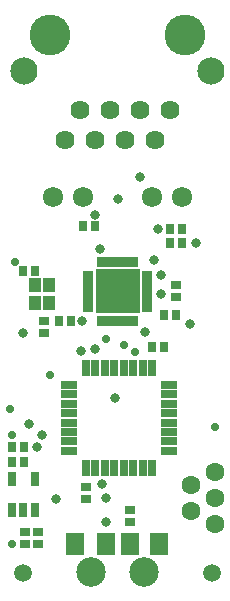
<source format=gts>
%FSTAX23Y23*%
%MOIN*%
%SFA1B1*%

%IPPOS*%
%ADD22R,0.043433X0.045401*%
%ADD23C,0.027685*%
%ADD24R,0.059181X0.074929*%
%ADD25R,0.031622X0.035559*%
%ADD26R,0.035559X0.031622*%
%ADD27R,0.019811X0.035559*%
%ADD28R,0.145795X0.145795*%
%ADD29R,0.035559X0.019811*%
%ADD30R,0.027685X0.055244*%
%ADD31R,0.055244X0.027685*%
%ADD32R,0.031622X0.051307*%
%ADD33C,0.059181*%
%ADD34C,0.098551*%
%ADD35C,0.070992*%
%ADD36C,0.039496*%
%ADD37C,0.063118*%
%ADD38C,0.067842*%
%ADD39C,0.063905*%
%ADD40C,0.090677*%
%ADD41C,0.135952*%
%ADD42C,0.031622*%
%LNwol_pcb-1*%
%LPD*%
G54D22*
X00118Y01044D03*
X00165Y00983D03*
Y01044D03*
X00118Y00983D03*
G54D23*
X00452Y00822D03*
X00413Y00846D03*
X00354Y00866D03*
X00169Y00744D03*
X00051Y01122D03*
X00033Y00631D03*
X00716Y0057D03*
X00041Y00543D03*
Y00181D03*
G54D24*
X00251Y00181D03*
X00354D03*
X00433D03*
X00531D03*
G54D25*
X00568Y01232D03*
X00608D03*
X00318Y0124D03*
X00279D03*
X00608Y01185D03*
X00568D03*
X00586Y00944D03*
X00547D03*
X00196Y00925D03*
X00236D03*
X00078Y0109D03*
X00118D03*
X00547Y00838D03*
X00507D03*
X0008Y00456D03*
X00041D03*
X0008Y00503D03*
X00041D03*
G54D26*
X00433Y00295D03*
Y00255D03*
X00586Y01003D03*
Y01043D03*
X00149Y00885D03*
Y00925D03*
X00287Y0033D03*
Y0037D03*
X00127Y0022D03*
Y00181D03*
X00084Y0022D03*
Y00181D03*
G54D27*
X00393Y01122D03*
X00413D03*
X00433D03*
X00452D03*
X00374D03*
X00354D03*
X00334D03*
X00393Y00925D03*
X00374D03*
X00354D03*
X00334D03*
X00413D03*
X00433D03*
X00452D03*
G54D28*
X00393Y01023D03*
G54D29*
X00295Y01023D03*
Y01043D03*
Y01062D03*
Y01082D03*
Y01003D03*
Y00984D03*
Y00964D03*
X00492Y01023D03*
Y01003D03*
Y00984D03*
Y00964D03*
Y01043D03*
Y01062D03*
Y01082D03*
G54D30*
X00507Y00769D03*
X00476D03*
X00444D03*
X00413D03*
X00287D03*
X00318D03*
X0035D03*
X00381D03*
X00287Y00435D03*
X00318D03*
X0035D03*
X00381D03*
X00507D03*
X00476D03*
X00444D03*
X00413D03*
G54D31*
X0023Y00712D03*
Y00681D03*
Y00649D03*
Y00618D03*
Y00492D03*
Y00523D03*
Y00555D03*
Y00586D03*
X00564Y00492D03*
Y00523D03*
Y00555D03*
Y00586D03*
Y00712D03*
Y00681D03*
Y00649D03*
Y00618D03*
G54D32*
X00078Y00295D03*
X00041Y00397D03*
X00116D03*
Y00295D03*
X00041D03*
G54D33*
X00708Y00086D03*
X00078D03*
G54D34*
X00482Y00088D03*
X00305D03*
G54D35*
X00393Y01023D03*
G54D36*
X00425Y00992D03*
Y01055D03*
X00362D03*
Y00992D03*
G54D37*
X00637Y00377D03*
Y00291D03*
X00716Y00421D03*
Y00334D03*
Y00248D03*
G54D38*
X00608Y01338D03*
X00508D03*
X00278D03*
X00178D03*
G54D39*
X00218Y01528D03*
X00268Y01628D03*
X00318Y01528D03*
X00368Y01628D03*
X00418Y01528D03*
X00468Y01628D03*
X00518Y01528D03*
X00568Y01628D03*
G54D40*
X00704Y01758D03*
X00082D03*
G54D41*
X00168Y01878D03*
X00618D03*
G54D42*
X00098Y00582D03*
X00125Y00503D03*
X00653Y01185D03*
X00141Y00543D03*
X00633Y00913D03*
X00342Y00381D03*
X00385Y00669D03*
X00078Y00885D03*
X00271Y00826D03*
X00484Y00889D03*
X00515Y01129D03*
X00539Y01078D03*
X00318Y0083D03*
Y01279D03*
X00393Y0133D03*
X00527Y01232D03*
X00468Y01405D03*
X00334Y01165D03*
X00188Y0033D03*
X00275Y00925D03*
X00539Y01013D03*
X00354Y00334D03*
Y00255D03*
M02*
</source>
